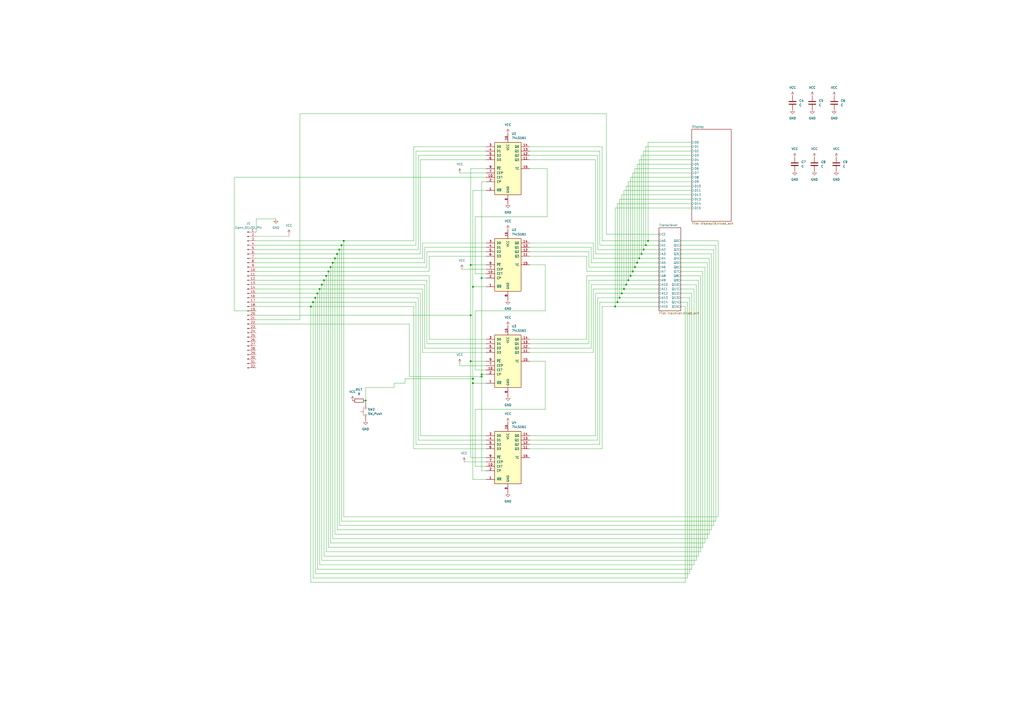
<source format=kicad_sch>
(kicad_sch (version 20231120) (generator "eeschema") (generator_version "8.0")
  (paper "A2")
  (lib_symbols
    (symbol "74xx:74LS161" (pin_names (offset 1.016))
      (property "Reference" "U" (at -7.62 16.51 0))
      (property "Value" "74LS161" (at -7.62 -16.51 0))
      (symbol "74LS161_1_0"
        (pin input line (at -12.7 -12.7 0) (length 5.08) (name "~{MR}") (number "1"))
        (pin input line (at -12.7 -5.08 0) (length 5.08) (name "CET") (number "10"))
        (pin output line (at 12.7 5.08 180) (length 5.08) (name "Q3") (number "11"))
        (pin output line (at 12.7 7.62 180) (length 5.08) (name "Q2") (number "12"))
        (pin output line (at 12.7 10.16 180) (length 5.08) (name "Q1") (number "13"))
        (pin output line (at 12.7 12.7 180) (length 5.08) (name "Q0") (number "14"))
        (pin output line (at 12.7 0 180) (length 5.08) (name "TC") (number "15"))
        (pin power_in line (at 0 20.32 270) (length 5.08) (name "VCC") (number "16"))
        (pin input line (at -12.7 -7.62 0) (length 5.08) (name "CP") (number "2"))
        (pin input line (at -12.7 12.7 0) (length 5.08) (name "D0") (number "3"))
        (pin input line (at -12.7 10.16 0) (length 5.08) (name "D1") (number "4"))
        (pin input line (at -12.7 7.62 0) (length 5.08) (name "D2") (number "5"))
        (pin input line (at -12.7 5.08 0) (length 5.08) (name "D3") (number "6"))
        (pin input line (at -12.7 -2.54 0) (length 5.08) (name "CEP") (number "7"))
        (pin power_in line (at 0 -20.32 90) (length 5.08) (name "GND") (number "8"))
        (pin input line (at -12.7 0 0) (length 5.08) (name "~{PE}") (number "9"))
      )
      (symbol "74LS161_1_1"
        (rectangle (start -7.62 15.24) (end 7.62 -15.24) (stroke (width 0.254)) (fill (type background)))
      )
    )
    (symbol "Connector:Conn_01x32_Pin" (pin_names (offset 1.016) hide)
      (property "Reference" "J" (at 0 40.64 0))
      (property "Value" "Conn_01x32_Pin" (at 0 -43.18 0))
      (symbol "Conn_01x32_Pin_1_1"
        (polyline (pts (xy 1.27 -40.64) (xy 0.8636 -40.64)) (stroke (width 0.1524)))
        (polyline (pts (xy 1.27 -38.1) (xy 0.8636 -38.1)) (stroke (width 0.1524)))
        (polyline (pts (xy 1.27 -35.56) (xy 0.8636 -35.56)) (stroke (width 0.1524)))
        (polyline (pts (xy 1.27 -33.02) (xy 0.8636 -33.02)) (stroke (width 0.1524)))
        (polyline (pts (xy 1.27 -30.48) (xy 0.8636 -30.48)) (stroke (width 0.1524)))
        (polyline (pts (xy 1.27 -27.94) (xy 0.8636 -27.94)) (stroke (width 0.1524)))
        (polyline (pts (xy 1.27 -25.4) (xy 0.8636 -25.4)) (stroke (width 0.1524)))
        (polyline (pts (xy 1.27 -22.86) (xy 0.8636 -22.86)) (stroke (width 0.1524)))
        (polyline (pts (xy 1.27 -20.32) (xy 0.8636 -20.32)) (stroke (width 0.1524)))
        (polyline (pts (xy 1.27 -17.78) (xy 0.8636 -17.78)) (stroke (width 0.1524)))
        (polyline (pts (xy 1.27 -15.24) (xy 0.8636 -15.24)) (stroke (width 0.1524)))
        (polyline (pts (xy 1.27 -12.7) (xy 0.8636 -12.7)) (stroke (width 0.1524)))
        (polyline (pts (xy 1.27 -10.16) (xy 0.8636 -10.16)) (stroke (width 0.1524)))
        (polyline (pts (xy 1.27 -7.62) (xy 0.8636 -7.62)) (stroke (width 0.1524)))
        (polyline (pts (xy 1.27 -5.08) (xy 0.8636 -5.08)) (stroke (width 0.1524)))
        (polyline (pts (xy 1.27 -2.54) (xy 0.8636 -2.54)) (stroke (width 0.1524)))
        (polyline (pts (xy 1.27 0) (xy 0.8636 0)) (stroke (width 0.1524)))
        (polyline (pts (xy 1.27 2.54) (xy 0.8636 2.54)) (stroke (width 0.1524)))
        (polyline (pts (xy 1.27 5.08) (xy 0.8636 5.08)) (stroke (width 0.1524)))
        (polyline (pts (xy 1.27 7.62) (xy 0.8636 7.62)) (stroke (width 0.1524)))
        (polyline (pts (xy 1.27 10.16) (xy 0.8636 10.16)) (stroke (width 0.1524)))
        (polyline (pts (xy 1.27 12.7) (xy 0.8636 12.7)) (stroke (width 0.1524)))
        (polyline (pts (xy 1.27 15.24) (xy 0.8636 15.24)) (stroke (width 0.1524)))
        (polyline (pts (xy 1.27 17.78) (xy 0.8636 17.78)) (stroke (width 0.1524)))
        (polyline (pts (xy 1.27 20.32) (xy 0.8636 20.32)) (stroke (width 0.1524)))
        (polyline (pts (xy 1.27 22.86) (xy 0.8636 22.86)) (stroke (width 0.1524)))
        (polyline (pts (xy 1.27 25.4) (xy 0.8636 25.4)) (stroke (width 0.1524)))
        (polyline (pts (xy 1.27 27.94) (xy 0.8636 27.94)) (stroke (width 0.1524)))
        (polyline (pts (xy 1.27 30.48) (xy 0.8636 30.48)) (stroke (width 0.1524)))
        (polyline (pts (xy 1.27 33.02) (xy 0.8636 33.02)) (stroke (width 0.1524)))
        (polyline (pts (xy 1.27 35.56) (xy 0.8636 35.56)) (stroke (width 0.1524)))
        (polyline (pts (xy 1.27 38.1) (xy 0.8636 38.1)) (stroke (width 0.1524)))
        (rectangle (start 0.8636 -40.513) (end 0 -40.767) (stroke (width 0.1524)) (fill (type outline)))
        (rectangle (start 0.8636 -37.973) (end 0 -38.227) (stroke (width 0.1524)) (fill (type outline)))
        (rectangle (start 0.8636 -35.433) (end 0 -35.687) (stroke (width 0.1524)) (fill (type outline)))
        (rectangle (start 0.8636 -32.893) (end 0 -33.147) (stroke (width 0.1524)) (fill (type outline)))
        (rectangle (start 0.8636 -30.353) (end 0 -30.607) (stroke (width 0.1524)) (fill (type outline)))
        (rectangle (start 0.8636 -27.813) (end 0 -28.067) (stroke (width 0.1524)) (fill (type outline)))
        (rectangle (start 0.8636 -25.273) (end 0 -25.527) (stroke (width 0.1524)) (fill (type outline)))
        (rectangle (start 0.8636 -22.733) (end 0 -22.987) (stroke (width 0.1524)) (fill (type outline)))
        (rectangle (start 0.8636 -20.193) (end 0 -20.447) (stroke (width 0.1524)) (fill (type outline)))
        (rectangle (start 0.8636 -17.653) (end 0 -17.907) (stroke (width 0.1524)) (fill (type outline)))
        (rectangle (start 0.8636 -15.113) (end 0 -15.367) (stroke (width 0.1524)) (fill (type outline)))
        (rectangle (start 0.8636 -12.573) (end 0 -12.827) (stroke (width 0.1524)) (fill (type outline)))
        (rectangle (start 0.8636 -10.033) (end 0 -10.287) (stroke (width 0.1524)) (fill (type outline)))
        (rectangle (start 0.8636 -7.493) (end 0 -7.747) (stroke (width 0.1524)) (fill (type outline)))
        (rectangle (start 0.8636 -4.953) (end 0 -5.207) (stroke (width 0.1524)) (fill (type outline)))
        (rectangle (start 0.8636 -2.413) (end 0 -2.667) (stroke (width 0.1524)) (fill (type outline)))
        (rectangle (start 0.8636 0.127) (end 0 -0.127) (stroke (width 0.1524)) (fill (type outline)))
        (rectangle (start 0.8636 2.667) (end 0 2.413) (stroke (width 0.1524)) (fill (type outline)))
        (rectangle (start 0.8636 5.207) (end 0 4.953) (stroke (width 0.1524)) (fill (type outline)))
        (rectangle (start 0.8636 7.747) (end 0 7.493) (stroke (width 0.1524)) (fill (type outline)))
        (rectangle (start 0.8636 10.287) (end 0 10.033) (stroke (width 0.1524)) (fill (type outline)))
        (rectangle (start 0.8636 12.827) (end 0 12.573) (stroke (width 0.1524)) (fill (type outline)))
        (rectangle (start 0.8636 15.367) (end 0 15.113) (stroke (width 0.1524)) (fill (type outline)))
        (rectangle (start 0.8636 17.907) (end 0 17.653) (stroke (width 0.1524)) (fill (type outline)))
        (rectangle (start 0.8636 20.447) (end 0 20.193) (stroke (width 0.1524)) (fill (type outline)))
        (rectangle (start 0.8636 22.987) (end 0 22.733) (stroke (width 0.1524)) (fill (type outline)))
        (rectangle (start 0.8636 25.527) (end 0 25.273) (stroke (width 0.1524)) (fill (type outline)))
        (rectangle (start 0.8636 28.067) (end 0 27.813) (stroke (width 0.1524)) (fill (type outline)))
        (rectangle (start 0.8636 30.607) (end 0 30.353) (stroke (width 0.1524)) (fill (type outline)))
        (rectangle (start 0.8636 33.147) (end 0 32.893) (stroke (width 0.1524)) (fill (type outline)))
        (rectangle (start 0.8636 35.687) (end 0 35.433) (stroke (width 0.1524)) (fill (type outline)))
        (rectangle (start 0.8636 38.227) (end 0 37.973) (stroke (width 0.1524)) (fill (type outline)))
        (pin passive line (at 5.08 38.1 180) (length 3.81) (name "Pin_1") (number "1"))
        (pin passive line (at 5.08 15.24 180) (length 3.81) (name "Pin_10") (number "10"))
        (pin passive line (at 5.08 12.7 180) (length 3.81) (name "Pin_11") (number "11"))
        (pin passive line (at 5.08 10.16 180) (length 3.81) (name "Pin_12") (number "12"))
        (pin passive line (at 5.08 7.62 180) (length 3.81) (name "Pin_13") (number "13"))
        (pin passive line (at 5.08 5.08 180) (length 3.81) (name "Pin_14") (number "14"))
        (pin passive line (at 5.08 2.54 180) (length 3.81) (name "Pin_15") (number "15"))
        (pin passive line (at 5.08 0 180) (length 3.81) (name "Pin_16") (number "16"))
        (pin passive line (at 5.08 -2.54 180) (length 3.81) (name "Pin_17") (number "17"))
        (pin passive line (at 5.08 -5.08 180) (length 3.81) (name "Pin_18") (number "18"))
        (pin passive line (at 5.08 -7.62 180) (length 3.81) (name "Pin_19") (number "19"))
        (pin passive line (at 5.08 35.56 180) (length 3.81) (name "Pin_2") (number "2"))
        (pin passive line (at 5.08 -10.16 180) (length 3.81) (name "Pin_20") (number "20"))
        (pin passive line (at 5.08 -12.7 180) (length 3.81) (name "Pin_21") (number "21"))
        (pin passive line (at 5.08 -15.24 180) (length 3.81) (name "Pin_22") (number "22"))
        (pin passive line (at 5.08 -17.78 180) (length 3.81) (name "Pin_23") (number "23"))
        (pin passive line (at 5.08 -20.32 180) (length 3.81) (name "Pin_24") (number "24"))
        (pin passive line (at 5.08 -22.86 180) (length 3.81) (name "Pin_25") (number "25"))
        (pin passive line (at 5.08 -25.4 180) (length 3.81) (name "Pin_26") (number "26"))
        (pin passive line (at 5.08 -27.94 180) (length 3.81) (name "Pin_27") (number "27"))
        (pin passive line (at 5.08 -30.48 180) (length 3.81) (name "Pin_28") (number "28"))
        (pin passive line (at 5.08 -33.02 180) (length 3.81) (name "Pin_29") (number "29"))
        (pin passive line (at 5.08 33.02 180) (length 3.81) (name "Pin_3") (number "3"))
        (pin passive line (at 5.08 -35.56 180) (length 3.81) (name "Pin_30") (number "30"))
        (pin passive line (at 5.08 -38.1 180) (length 3.81) (name "Pin_31") (number "31"))
        (pin passive line (at 5.08 -40.64 180) (length 3.81) (name "Pin_32") (number "32"))
        (pin passive line (at 5.08 30.48 180) (length 3.81) (name "Pin_4") (number "4"))
        (pin passive line (at 5.08 27.94 180) (length 3.81) (name "Pin_5") (number "5"))
        (pin passive line (at 5.08 25.4 180) (length 3.81) (name "Pin_6") (number "6"))
        (pin passive line (at 5.08 22.86 180) (length 3.81) (name "Pin_7") (number "7"))
        (pin passive line (at 5.08 20.32 180) (length 3.81) (name "Pin_8") (number "8"))
        (pin passive line (at 5.08 17.78 180) (length 3.81) (name "Pin_9") (number "9"))
      )
    )
    (symbol "Device:C" (pin_numbers hide) (pin_names (offset 0.254))
      (property "Reference" "C" (at 0.635 2.54 0))
      (property "Value" "C" (at 0.635 -2.54 0))
      (symbol "C_0_1"
        (polyline (pts (xy -2.032 -0.762) (xy 2.032 -0.762)) (stroke (width 0.508)))
        (polyline (pts (xy -2.032 0.762) (xy 2.032 0.762)) (stroke (width 0.508)))
      )
      (symbol "C_1_1"
        (pin passive line (at 0 3.81 270) (length 2.794) (name "~") (number "1"))
        (pin passive line (at 0 -3.81 90) (length 2.794) (name "~") (number "2"))
      )
    )
    (symbol "Device:R" (pin_numbers hide) (pin_names (offset 0))
      (property "Reference" "R" (at 2.032 0 90))
      (property "Value" "R" (at 0 0 90))
      (symbol "R_0_1"
        (rectangle (start -1.016 -2.54) (end 1.016 2.54) (stroke (width 0.254)))
      )
      (symbol "R_1_1"
        (pin passive line (at 0 3.81 270) (length 1.27) (name "~") (number "1"))
        (pin passive line (at 0 -3.81 90) (length 1.27) (name "~") (number "2"))
      )
    )
    (symbol "Switch:SW_Push" (pin_numbers hide) (pin_names (offset 1.016) hide)
      (property "Reference" "SW" (at 1.27 2.54 0))
      (property "Value" "SW_Push" (at 0 -1.524 0))
      (symbol "SW_Push_0_1"
        (circle (center -2.032 0) (radius 0.508))
        (polyline (pts (xy 0 1.27) (xy 0 3.048)))
        (polyline (pts (xy 2.54 1.27) (xy -2.54 1.27)))
        (circle (center 2.032 0) (radius 0.508))
        (pin passive line (at -5.08 0 0) (length 2.54) (name "1") (number "1"))
        (pin passive line (at 5.08 0 180) (length 2.54) (name "2") (number "2"))
      )
    )
    (symbol "power:GND" (power) (pin_numbers hide) (pin_names (offset 0) hide)
      (property "Value" "GND" (at 0 -3.81 0))
      (symbol "GND_0_1"
        (polyline (pts (xy 0 0) (xy 0 -1.27) (xy 1.27 -1.27) (xy 0 -2.54) (xy -1.27 -1.27) (xy 0 -1.27)))
      )
      (symbol "GND_1_1"
        (pin power_in line (at 0 0 270) (length 0) (name "~") (number "1"))
      )
    )
    (symbol "power:VCC" (power) (pin_numbers hide) (pin_names (offset 0) hide)
      (property "Value" "VCC" (at 0 3.556 0))
      (symbol "VCC_0_1"
        (polyline (pts (xy -0.762 1.27) (xy 0 2.54)))
        (polyline (pts (xy 0 0) (xy 0 2.54)))
        (polyline (pts (xy 0 2.54) (xy 0.762 1.27)))
      )
      (symbol "VCC_1_1"
        (pin power_in line (at 0 0 90) (length 0) (name "~") (number "1"))
      )
    )
  )
  (junction (at 274.32 166.37))
  (junction (at 190.5 157.48))
  (junction (at 373.38 144.78))
  (junction (at 359.41 172.72))
  (junction (at 191.77 154.94))
  (junction (at 273.05 182.88))
  (junction (at 374.65 142.24))
  (junction (at 194.31 149.86))
  (junction (at 363.22 165.1))
  (junction (at 189.23 160.02))
  (junction (at 279.4 161.29))
  (junction (at 274.32 222.25))
  (junction (at 367.03 157.48))
  (junction (at 370.84 149.86))
  (junction (at 196.85 144.78))
  (junction (at 372.11 147.32))
  (junction (at 365.76 160.02))
  (junction (at 279.4 218.44))
  (junction (at 279.4 217.17))
  (junction (at 360.68 170.18))
  (junction (at 182.88 172.72))
  (junction (at 274.32 219.71))
  (junction (at 273.05 209.55))
  (junction (at 364.49 162.56))
  (junction (at 195.58 147.32))
  (junction (at 187.96 162.56))
  (junction (at 180.34 177.8))
  (junction (at 184.15 170.18))
  (junction (at 358.14 175.26))
  (junction (at 181.61 175.26))
  (junction (at 368.3 154.94))
  (junction (at 273.05 153.67))
  (junction (at 212.09 232.41))
  (junction (at 186.69 165.1))
  (junction (at 356.87 177.8))
  (junction (at 199.39 139.7))
  (junction (at 185.42 167.64))
  (junction (at 369.57 152.4))
  (junction (at 375.92 139.7))
  (junction (at 198.12 142.24))
  (junction (at 193.04 152.4))
  (junction (at 361.95 167.64))
  (wire (pts (xy 347.98 257.81) (xy 307.34 257.81)))
  (wire (pts (xy 247.65 199.39) (xy 247.65 162.56)))
  (wire (pts (xy 135.89 180.34) (xy 148.59 180.34)))
  (wire (pts (xy 401.32 85.09) (xy 374.65 85.09)))
  (wire (pts (xy 349.25 260.35) (xy 349.25 177.8)))
  (wire (pts (xy 344.17 204.47) (xy 344.17 167.64)))
  (wire (pts (xy 345.44 170.18) (xy 345.44 252.73)))
  (wire (pts (xy 279.4 273.05) (xy 279.4 218.44)))
  (wire (pts (xy 416.56 139.7) (xy 416.56 299.72)))
  (wire (pts (xy 185.42 167.64) (xy 185.42 327.66)))
  (wire (pts (xy 316.23 209.55) (xy 316.23 237.49)))
  (wire (pts (xy 198.12 142.24) (xy 241.3 142.24)))
  (wire (pts (xy 394.97 152.4) (xy 410.21 152.4)))
  (wire (pts (xy 267.97 156.21) (xy 281.94 156.21)))
  (wire (pts (xy 382.27 157.48) (xy 367.03 157.48)))
  (wire (pts (xy 382.27 172.72) (xy 359.41 172.72)))
  (wire (pts (xy 269.24 267.97) (xy 281.94 267.97)))
  (wire (pts (xy 363.22 165.1) (xy 342.9 165.1)))
  (wire (pts (xy 275.59 270.51) (xy 281.94 270.51)))
  (wire (pts (xy 382.27 162.56) (xy 364.49 162.56)))
  (wire (pts (xy 228.6 222.25) (xy 234.95 222.25)))
  (wire (pts (xy 340.36 160.02) (xy 340.36 196.85)))
  (wire (pts (xy 382.27 149.86) (xy 370.84 149.86)))
  (wire (pts (xy 340.36 196.85) (xy 307.34 196.85)))
  (wire (pts (xy 401.32 102.87) (xy 365.76 102.87)))
  (wire (pts (xy 184.15 170.18) (xy 184.15 330.2)))
  (wire (pts (xy 184.15 330.2) (xy 401.32 330.2)))
  (wire (pts (xy 382.27 142.24) (xy 374.65 142.24)))
  (wire (pts (xy 359.41 115.57) (xy 359.41 172.72)))
  (wire (pts (xy 397.51 177.8) (xy 397.51 337.82)))
  (wire (pts (xy 182.88 172.72) (xy 242.57 172.72)))
  (wire (pts (xy 191.77 314.96) (xy 408.94 314.96)))
  (wire (pts (xy 351.79 135.89) (xy 382.27 135.89)))
  (wire (pts (xy 281.94 278.13) (xy 274.32 278.13)))
  (wire (pts (xy 307.34 204.47) (xy 344.17 204.47)))
  (wire (pts (xy 173.99 66.04) (xy 351.79 66.04)))
  (wire (pts (xy 148.59 147.32) (xy 195.58 147.32)))
  (wire (pts (xy 243.84 170.18) (xy 243.84 252.73)))
  (wire (pts (xy 401.32 105.41) (xy 364.49 105.41)))
  (wire (pts (xy 275.59 180.34) (xy 275.59 214.63)))
  (wire (pts (xy 345.44 92.71) (xy 307.34 92.71)))
  (wire (pts (xy 382.27 167.64) (xy 361.95 167.64)))
  (wire (pts (xy 398.78 175.26) (xy 398.78 335.28)))
  (wire (pts (xy 370.84 92.71) (xy 370.84 149.86)))
  (wire (pts (xy 193.04 312.42) (xy 410.21 312.42)))
  (wire (pts (xy 360.68 170.18) (xy 345.44 170.18)))
  (wire (pts (xy 351.79 66.04) (xy 351.79 135.89)))
  (wire (pts (xy 401.32 87.63) (xy 373.38 87.63)))
  (wire (pts (xy 346.71 90.17) (xy 346.71 144.78)))
  (wire (pts (xy 370.84 149.86) (xy 344.17 149.86)))
  (wire (pts (xy 241.3 142.24) (xy 241.3 87.63)))
  (wire (pts (xy 401.32 92.71) (xy 370.84 92.71)))
  (wire (pts (xy 275.59 158.75) (xy 281.94 158.75)))
  (wire (pts (xy 281.94 204.47) (xy 245.11 204.47)))
  (wire (pts (xy 375.92 139.7) (xy 349.25 139.7)))
  (wire (pts (xy 266.7 100.33) (xy 281.94 100.33)))
  (wire (pts (xy 243.84 92.71) (xy 281.94 92.71)))
  (wire (pts (xy 191.77 154.94) (xy 247.65 154.94)))
  (wire (pts (xy 273.05 97.79) (xy 273.05 153.67)))
  (wire (pts (xy 363.22 107.95) (xy 363.22 165.1)))
  (wire (pts (xy 382.27 177.8) (xy 356.87 177.8)))
  (wire (pts (xy 181.61 175.26) (xy 241.3 175.26)))
  (wire (pts (xy 245.11 140.97) (xy 281.94 140.97)))
  (wire (pts (xy 347.98 175.26) (xy 347.98 257.81)))
  (wire (pts (xy 189.23 320.04) (xy 406.4 320.04)))
  (wire (pts (xy 342.9 165.1) (xy 342.9 201.93)))
  (wire (pts (xy 148.59 154.94) (xy 191.77 154.94)))
  (wire (pts (xy 198.12 142.24) (xy 198.12 302.26)))
  (wire (pts (xy 394.97 162.56) (xy 405.13 162.56)))
  (wire (pts (xy 382.27 144.78) (xy 373.38 144.78)))
  (wire (pts (xy 273.05 182.88) (xy 273.05 209.55)))
  (wire (pts (xy 275.59 125.73) (xy 275.59 158.75)))
  (wire (pts (xy 148.59 160.02) (xy 189.23 160.02)))
  (wire (pts (xy 237.49 187.96) (xy 237.49 218.44)))
  (wire (pts (xy 415.29 142.24) (xy 415.29 302.26)))
  (wire (pts (xy 347.98 142.24) (xy 347.98 87.63)))
  (wire (pts (xy 364.49 105.41) (xy 364.49 162.56)))
  (wire (pts (xy 199.39 299.72) (xy 416.56 299.72)))
  (wire (pts (xy 368.3 97.79) (xy 368.3 154.94)))
  (wire (pts (xy 281.94 102.87) (xy 135.89 102.87)))
  (wire (pts (xy 307.34 97.79) (xy 317.5 97.79)))
  (wire (pts (xy 401.32 107.95) (xy 363.22 107.95)))
  (wire (pts (xy 360.68 113.03) (xy 360.68 170.18)))
  (wire (pts (xy 349.25 85.09) (xy 307.34 85.09)))
  (wire (pts (xy 349.25 139.7) (xy 349.25 85.09)))
  (wire (pts (xy 182.88 172.72) (xy 182.88 332.74)))
  (wire (pts (xy 382.27 160.02) (xy 365.76 160.02)))
  (wire (pts (xy 401.32 95.25) (xy 369.57 95.25)))
  (wire (pts (xy 181.61 335.28) (xy 398.78 335.28)))
  (wire (pts (xy 247.65 154.94) (xy 247.65 146.05)))
  (wire (pts (xy 369.57 95.25) (xy 369.57 152.4)))
  (wire (pts (xy 275.59 214.63) (xy 281.94 214.63)))
  (wire (pts (xy 372.11 147.32) (xy 382.27 147.32)))
  (wire (pts (xy 274.32 166.37) (xy 274.32 110.49)))
  (wire (pts (xy 148.59 187.96) (xy 237.49 187.96)))
  (wire (pts (xy 394.97 144.78) (xy 414.02 144.78)))
  (wire (pts (xy 190.5 157.48) (xy 190.5 317.5)))
  (wire (pts (xy 199.39 139.7) (xy 199.39 299.72)))
  (wire (pts (xy 373.38 87.63) (xy 373.38 144.78)))
  (wire (pts (xy 372.11 90.17) (xy 372.11 147.32)))
  (wire (pts (xy 307.34 148.59) (xy 340.36 148.59)))
  (wire (pts (xy 281.94 273.05) (xy 279.4 273.05)))
  (wire (pts (xy 281.94 161.29) (xy 279.4 161.29)))
  (wire (pts (xy 346.71 255.27) (xy 346.71 172.72)))
  (wire (pts (xy 187.96 322.58) (xy 405.13 322.58)))
  (wire (pts (xy 148.59 139.7) (xy 199.39 139.7)))
  (wire (pts (xy 364.49 162.56) (xy 341.63 162.56)))
  (wire (pts (xy 345.44 147.32) (xy 345.44 92.71)))
  (wire (pts (xy 359.41 172.72) (xy 346.71 172.72)))
  (wire (pts (xy 401.32 100.33) (xy 367.03 100.33)))
  (wire (pts (xy 241.3 175.26) (xy 241.3 257.81)))
  (wire (pts (xy 148.59 127) (xy 160.02 127)))
  (wire (pts (xy 382.27 165.1) (xy 363.22 165.1)))
  (wire (pts (xy 368.3 154.94) (xy 341.63 154.94)))
  (wire (pts (xy 193.04 152.4) (xy 246.38 152.4)))
  (wire (pts (xy 406.4 160.02) (xy 406.4 320.04)))
  (wire (pts (xy 234.95 222.25) (xy 234.95 219.71)))
  (wire (pts (xy 240.03 139.7) (xy 240.03 85.09)))
  (wire (pts (xy 394.97 177.8) (xy 397.51 177.8)))
  (wire (pts (xy 361.95 110.49) (xy 361.95 167.64)))
  (wire (pts (xy 187.96 162.56) (xy 247.65 162.56)))
  (wire (pts (xy 281.94 90.17) (xy 242.57 90.17)))
  (wire (pts (xy 281.94 148.59) (xy 248.92 148.59)))
  (wire (pts (xy 407.67 157.48) (xy 407.67 317.5)))
  (wire (pts (xy 307.34 199.39) (xy 341.63 199.39)))
  (wire (pts (xy 180.34 177.8) (xy 180.34 337.82)))
  (wire (pts (xy 248.92 148.59) (xy 248.92 157.48)))
  (wire (pts (xy 274.32 219.71) (xy 274.32 166.37)))
  (wire (pts (xy 358.14 175.26) (xy 347.98 175.26)))
  (wire (pts (xy 246.38 201.93) (xy 281.94 201.93)))
  (wire (pts (xy 345.44 252.73) (xy 307.34 252.73)))
  (wire (pts (xy 374.65 142.24) (xy 347.98 142.24)))
  (wire (pts (xy 382.27 170.18) (xy 360.68 170.18)))
  (wire (pts (xy 317.5 125.73) (xy 275.59 125.73)))
  (wire (pts (xy 408.94 154.94) (xy 408.94 314.96)))
  (wire (pts (xy 394.97 154.94) (xy 408.94 154.94)))
  (wire (pts (xy 394.97 149.86) (xy 411.48 149.86)))
  (wire (pts (xy 394.97 172.72) (xy 400.05 172.72)))
  (wire (pts (xy 412.75 147.32) (xy 412.75 307.34)))
  (wire (pts (xy 356.87 120.65) (xy 356.87 177.8)))
  (wire (pts (xy 196.85 144.78) (xy 196.85 304.8)))
  (wire (pts (xy 148.59 152.4) (xy 193.04 152.4)))
  (wire (pts (xy 241.3 87.63) (xy 281.94 87.63)))
  (wire (pts (xy 273.05 209.55) (xy 281.94 209.55)))
  (wire (pts (xy 185.42 327.66) (xy 402.59 327.66)))
  (wire (pts (xy 194.31 309.88) (xy 411.48 309.88)))
  (wire (pts (xy 273.05 265.43) (xy 281.94 265.43)))
  (wire (pts (xy 182.88 332.74) (xy 400.05 332.74)))
  (wire (pts (xy 245.11 149.86) (xy 245.11 140.97)))
  (wire (pts (xy 273.05 153.67) (xy 281.94 153.67)))
  (wire (pts (xy 237.49 218.44) (xy 279.4 218.44)))
  (wire (pts (xy 186.69 165.1) (xy 186.69 325.12)))
  (wire (pts (xy 401.32 118.11) (xy 358.14 118.11)))
  (wire (pts (xy 195.58 307.34) (xy 412.75 307.34)))
  (wire (pts (xy 186.69 325.12) (xy 403.86 325.12)))
  (wire (pts (xy 148.59 134.62) (xy 148.59 127)))
  (wire (pts (xy 281.94 143.51) (xy 246.38 143.51)))
  (wire (pts (xy 307.34 260.35) (xy 349.25 260.35)))
  (wire (pts (xy 307.34 90.17) (xy 346.71 90.17)))
  (wire (pts (xy 342.9 143.51) (xy 342.9 152.4)))
  (wire (pts (xy 347.98 87.63) (xy 307.34 87.63)))
  (wire (pts (xy 369.57 152.4) (xy 342.9 152.4)))
  (wire (pts (xy 148.59 142.24) (xy 198.12 142.24)))
  (wire (pts (xy 212.09 233.68) (xy 212.09 232.41)))
  (wire (pts (xy 394.97 142.24) (xy 415.29 142.24)))
  (wire (pts (xy 274.32 222.25) (xy 281.94 222.25)))
  (wire (pts (xy 382.27 175.26) (xy 358.14 175.26)))
  (wire (pts (xy 394.97 160.02) (xy 406.4 160.02)))
  (wire (pts (xy 401.32 170.18) (xy 401.32 330.2)))
  (wire (pts (xy 341.63 199.39) (xy 341.63 162.56)))
  (wire (pts (xy 212.09 224.79) (xy 228.6 224.79)))
  (wire (pts (xy 307.34 209.55) (xy 316.23 209.55)))
  (wire (pts (xy 189.23 160.02) (xy 189.23 320.04)))
  (wire (pts (xy 341.63 154.94) (xy 341.63 146.05)))
  (wire (pts (xy 195.58 147.32) (xy 195.58 307.34)))
  (wire (pts (xy 273.05 209.55) (xy 273.05 265.43)))
  (wire (pts (xy 374.65 85.09) (xy 374.65 142.24)))
  (wire (pts (xy 411.48 149.86) (xy 411.48 309.88)))
  (wire (pts (xy 148.59 144.78) (xy 196.85 144.78)))
  (wire (pts (xy 344.17 140.97) (xy 307.34 140.97)))
  (wire (pts (xy 184.15 170.18) (xy 243.84 170.18)))
  (wire (pts (xy 248.92 196.85) (xy 281.94 196.85)))
  (wire (pts (xy 281.94 97.79) (xy 273.05 97.79)))
  (wire (pts (xy 245.11 204.47) (xy 245.11 167.64)))
  (wire (pts (xy 401.32 115.57) (xy 359.41 115.57)))
  (wire (pts (xy 281.94 105.41) (xy 279.4 105.41)))
  (wire (pts (xy 199.39 139.7) (xy 240.03 139.7)))
  (wire (pts (xy 191.77 154.94) (xy 191.77 314.96)))
  (wire (pts (xy 167.64 137.16) (xy 148.59 137.16)))
  (wire (pts (xy 375.92 82.55) (xy 375.92 139.7)))
  (wire (pts (xy 185.42 167.64) (xy 245.11 167.64)))
  (wire (pts (xy 148.59 177.8) (xy 180.34 177.8)))
  (wire (pts (xy 403.86 165.1) (xy 403.86 325.12)))
  (wire (pts (xy 394.97 147.32) (xy 412.75 147.32)))
  (wire (pts (xy 274.32 222.25) (xy 274.32 219.71)))
  (wire (pts (xy 148.59 165.1) (xy 186.69 165.1)))
  (wire (pts (xy 401.32 82.55) (xy 375.92 82.55)))
  (wire (pts (xy 281.94 260.35) (xy 240.03 260.35)))
  (wire (pts (xy 394.97 165.1) (xy 403.86 165.1)))
  (wire (pts (xy 190.5 157.48) (xy 248.92 157.48)))
  (wire (pts (xy 247.65 146.05) (xy 281.94 146.05)))
  (wire (pts (xy 342.9 201.93) (xy 307.34 201.93)))
  (wire (pts (xy 195.58 147.32) (xy 243.84 147.32)))
  (wire (pts (xy 180.34 177.8) (xy 240.03 177.8)))
  (wire (pts (xy 246.38 143.51) (xy 246.38 152.4)))
  (wire (pts (xy 316.23 237.49) (xy 275.59 237.49)))
  (wire (pts (xy 148.59 149.86) (xy 194.31 149.86)))
  (wire (pts (xy 358.14 118.11) (xy 358.14 175.26)))
  (wire (pts (xy 279.4 217.17) (xy 281.94 217.17)))
  (wire (pts (xy 394.97 175.26) (xy 398.78 175.26)))
  (wire (pts (xy 274.32 166.37) (xy 281.94 166.37)))
  (wire (pts (xy 307.34 255.27) (xy 346.71 255.27)))
  (wire (pts (xy 356.87 177.8) (xy 349.25 177.8)))
  (wire (pts (xy 275.59 237.49) (xy 275.59 270.51)))
  (wire (pts (xy 194.31 149.86) (xy 194.31 309.88)))
  (wire (pts (xy 194.31 149.86) (xy 245.11 149.86)))
  (wire (pts (xy 240.03 85.09) (xy 281.94 85.09)))
  (wire (pts (xy 186.69 165.1) (xy 246.38 165.1)))
  (wire (pts (xy 180.34 337.82) (xy 397.51 337.82)))
  (wire (pts (xy 279.4 218.44) (xy 279.4 217.17)))
  (wire (pts (xy 401.32 113.03) (xy 360.68 113.03)))
  (wire (pts (xy 401.32 90.17) (xy 372.11 90.17)))
  (wire (pts (xy 148.59 182.88) (xy 273.05 182.88)))
  (wire (pts (xy 190.5 317.5) (xy 407.67 317.5)))
  (wire (pts (xy 394.97 167.64) (xy 402.59 167.64)))
  (wire (pts (xy 402.59 167.64) (xy 402.59 327.66)))
  (wire (pts (xy 193.04 152.4) (xy 193.04 312.42)))
  (wire (pts (xy 198.12 302.26) (xy 415.29 302.26)))
  (wire (pts (xy 394.97 139.7) (xy 416.56 139.7)))
  (wire (pts (xy 243.84 147.32) (xy 243.84 92.71)))
  (wire (pts (xy 167.64 135.89) (xy 167.64 137.16)))
  (wire (pts (xy 228.6 224.79) (xy 228.6 222.25)))
  (wire (pts (xy 365.76 102.87) (xy 365.76 160.02)))
  (wire (pts (xy 367.03 157.48) (xy 340.36 157.48)))
  (wire (pts (xy 344.17 149.86) (xy 344.17 140.97)))
  (wire (pts (xy 340.36 148.59) (xy 340.36 157.48)))
  (wire (pts (xy 266.7 210.82) (xy 266.7 212.09)))
  (wire (pts (xy 148.59 185.42) (xy 173.99 185.42)))
  (wire (pts (xy 316.23 180.34) (xy 275.59 180.34)))
  (wire (pts (xy 187.96 162.56) (xy 187.96 322.58)))
  (wire (pts (xy 405.13 162.56) (xy 405.13 322.58)))
  (wire (pts (xy 243.84 252.73) (xy 281.94 252.73)))
  (wire (pts (xy 148.59 175.26) (xy 181.61 175.26)))
  (wire (pts (xy 394.97 157.48) (xy 407.67 157.48)))
  (wire (pts (xy 400.05 172.72) (xy 400.05 332.74)))
  (wire (pts (xy 341.63 146.05) (xy 307.34 146.05)))
  (wire (pts (xy 316.23 153.67) (xy 316.23 180.34)))
  (wire (pts (xy 196.85 144.78) (xy 242.57 144.78)))
  (wire (pts (xy 365.76 160.02) (xy 340.36 160.02)))
  (wire (pts (xy 148.59 167.64) (xy 185.42 167.64)))
  (wire (pts (xy 414.02 144.78) (xy 414.02 304.8)))
  (wire (pts (xy 382.27 154.94) (xy 368.3 154.94)))
  (wire (pts (xy 173.99 185.42) (xy 173.99 66.04)))
  (wire (pts (xy 307.34 143.51) (xy 342.9 143.51)))
  (wire (pts (xy 189.23 160.02) (xy 248.92 160.02)))
  (wire (pts (xy 401.32 110.49) (xy 361.95 110.49)))
  (wire (pts (xy 279.4 161.29) (xy 279.4 217.17)))
  (wire (pts (xy 317.5 97.79) (xy 317.5 125.73)))
  (wire (pts (xy 135.89 102.87) (xy 135.89 180.34)))
  (wire (pts (xy 367.03 100.33) (xy 367.03 157.48)))
  (wire (pts (xy 242.57 90.17) (xy 242.57 144.78)))
  (wire (pts (xy 240.03 260.35) (xy 240.03 177.8)))
  (wire (pts (xy 273.05 153.67) (xy 273.05 182.88)))
  (wire (pts (xy 382.27 139.7) (xy 375.92 139.7)))
  (wire (pts (xy 373.38 144.78) (xy 346.71 144.78)))
  (wire (pts (xy 196.85 304.8) (xy 414.02 304.8)))
  (wire (pts (xy 279.4 105.41) (xy 279.4 161.29)))
  (wire (pts (xy 181.61 175.26) (xy 181.61 335.28)))
  (wire (pts (xy 248.92 160.02) (xy 248.92 196.85)))
  (wire (pts (xy 241.3 257.81) (xy 281.94 257.81)))
  (wire (pts (xy 234.95 219.71) (xy 274.32 219.71)))
  (wire (pts (xy 212.09 232.41) (xy 212.09 224.79)))
  (wire (pts (xy 410.21 152.4) (xy 410.21 312.42)))
  (wire (pts (xy 266.7 212.09) (xy 281.94 212.09)))
  (wire (pts (xy 148.59 157.48) (xy 190.5 157.48)))
  (wire (pts (xy 246.38 165.1) (xy 246.38 201.93)))
  (wire (pts (xy 148.59 162.56) (xy 187.96 162.56)))
  (wire (pts (xy 274.32 110.49) (xy 281.94 110.49)))
  (wire (pts (xy 274.32 278.13) (xy 274.32 222.25)))
  (wire (pts (xy 401.32 120.65) (xy 356.87 120.65)))
  (wire (pts (xy 281.94 255.27) (xy 242.57 255.27)))
  (wire (pts (xy 401.32 97.79) (xy 368.3 97.79)))
  (wire (pts (xy 148.59 170.18) (xy 184.15 170.18)))
  (wire (pts (xy 345.44 147.32) (xy 372.11 147.32)))
  (wire (pts (xy 394.97 170.18) (xy 401.32 170.18)))
  (wire (pts (xy 281.94 199.39) (xy 247.65 199.39)))
  (wire (pts (xy 382.27 152.4) (xy 369.57 152.4)))
  (wire (pts (xy 148.59 172.72) (xy 182.88 172.72)))
  (wire (pts (xy 361.95 167.64) (xy 344.17 167.64)))
  (wire (pts (xy 307.34 153.67) (xy 316.23 153.67)))
  (wire (pts (xy 242.57 255.27) (xy 242.57 172.72)))
  (symbol (lib_id "power:VCC") (at 294.64 133.35 0) (unit 1)
    (property "Reference" "#PWR05" (effects (hide yes)))
    (property "Value" "VCC" (at 294.64 128.27 0))
    (property "Description" "Power symbol creates a global label with name \"VCC\"" (effects (hide yes)))
  )
  (symbol (lib_id "Device:C") (at 461.01 95.25 0) (unit 1)
    (property "Reference" "C7" (at 464.82 93.9799 0) (effects (justify left)))
    (property "Value" "C" (at 464.82 96.5199 0) (effects (justify left)))
    (property "Footprint" "Capacitor_SMD:C_0805_2012Metric" (effects (hide yes)))
    (property "Description" "Unpolarized capacitor" (effects (hide yes)))
  )
  (symbol (lib_id "power:GND") (at 160.02 127 0) (unit 1)
    (property "Reference" "#PWR04" (effects (hide yes)))
    (property "Value" "GND" (at 160.02 132.08 0))
    (property "Description" "Power symbol creates a global label with name \"GND\" , ground" (effects (hide yes)))
  )
  (symbol (lib_id "power:GND") (at 485.14 99.06 0) (unit 1)
    (property "Reference" "#PWR042" (effects (hide yes)))
    (property "Value" "GND" (at 485.14 104.14 0))
    (property "Description" "Power symbol creates a global label with name \"GND\" , ground" (effects (hide yes)))
  )
  (symbol (lib_id "74xx:74LS161") (at 294.64 265.43 0) (unit 1)
    (property "Reference" "U4" (at 296.8341 245.11 0) (effects (justify left)))
    (property "Value" "74LS161" (at 296.8341 247.65 0) (effects (justify left)))
    (property "Footprint" "Package_DIP:DIP-16_W7.62mm_Socket_LongPads" (effects (hide yes)))
    (property "Datasheet" "http://www.ti.com/lit/gpn/sn74LS161" (effects (hide yes)))
    (property "Description" "Synchronous 4-bit programmable binary Counter" (effects (hide yes)))
  )
  (symbol (lib_id "power:VCC") (at 204.47 232.41 0) (unit 1)
    (property "Reference" "#PWR046" (effects (hide yes)))
    (property "Value" "VCC" (at 204.47 227.33 0))
    (property "Description" "Power symbol creates a global label with name \"VCC\"" (effects (hide yes)))
  )
  (symbol (lib_id "power:GND") (at 471.17 63.5 0) (unit 1)
    (property "Reference" "#PWR035" (effects (hide yes)))
    (property "Value" "GND" (at 471.17 68.58 0))
    (property "Description" "Power symbol creates a global label with name \"GND\" , ground" (effects (hide yes)))
  )
  (symbol (lib_id "74xx:74LS161") (at 294.64 209.55 0) (unit 1)
    (property "Reference" "U3" (at 296.8341 189.23 0) (effects (justify left)))
    (property "Value" "74LS161" (at 296.8341 191.77 0) (effects (justify left)))
    (property "Footprint" "Package_DIP:DIP-16_W7.62mm_Socket_LongPads" (effects (hide yes)))
    (property "Datasheet" "http://www.ti.com/lit/gpn/sn74LS161" (effects (hide yes)))
    (property "Description" "Synchronous 4-bit programmable binary Counter" (effects (hide yes)))
  )
  (symbol (lib_id "power:VCC") (at 266.7 100.33 0) (unit 1)
    (property "Reference" "#PWR02" (effects (hide yes)))
    (property "Value" "VCC" (at 266.7 95.25 0))
    (property "Description" "Power symbol creates a global label with name \"VCC\"" (effects (hide yes)))
  )
  (symbol (lib_id "power:VCC") (at 167.64 135.89 0) (unit 1)
    (property "Reference" "#PWR06" (effects (hide yes)))
    (property "Value" "VCC" (at 167.64 130.81 0))
    (property "Description" "Power symbol creates a global label with name \"VCC\"" (effects (hide yes)))
  )
  (symbol (lib_id "power:VCC") (at 472.44 91.44 0) (unit 1)
    (property "Reference" "#PWR038" (effects (hide yes)))
    (property "Value" "VCC" (at 472.44 86.36 0))
    (property "Description" "Power symbol creates a global label with name \"VCC\"" (effects (hide yes)))
  )
  (symbol (lib_id "power:GND") (at 294.64 118.11 0) (unit 1)
    (property "Reference" "#PWR03" (effects (hide yes)))
    (property "Value" "GND" (at 294.64 123.19 0))
    (property "Description" "Power symbol creates a global label with name \"GND\" , ground" (effects (hide yes)))
  )
  (symbol (lib_id "74xx:74LS161") (at 294.64 153.67 0) (unit 1)
    (property "Reference" "U2" (at 296.8341 133.35 0) (effects (justify left)))
    (property "Value" "74LS161" (at 296.8341 135.89 0) (effects (justify left)))
    (property "Footprint" "Package_DIP:DIP-16_W7.62mm_Socket_LongPads" (effects (hide yes)))
    (property "Datasheet" "http://www.ti.com/lit/gpn/sn74LS161" (effects (hide yes)))
    (property "Description" "Synchronous 4-bit programmable binary Counter" (effects (hide yes)))
  )
  (symbol (lib_id "Device:C") (at 471.17 59.69 0) (unit 1)
    (property "Reference" "C5" (at 474.98 58.4199 0) (effects (justify left)))
    (property "Value" "C" (at 474.98 60.9599 0) (effects (justify left)))
    (property "Footprint" "Capacitor_SMD:C_0805_2012Metric" (effects (hide yes)))
    (property "Description" "Unpolarized capacitor" (effects (hide yes)))
  )
  (symbol (lib_id "Switch:SW_Push") (at 212.09 238.76 90) (unit 1)
    (property "Reference" "SW2" (at 213.36 237.4899 90) (effects (justify right)))
    (property "Value" "SW_Push" (at 213.36 240.0299 90) (effects (justify right)))
    (property "Footprint" "Button_Switch_THT:SW_PUSH_6mm" (effects (hide yes)))
    (property "Description" "Push button switch, generic, two pins" (effects (hide yes)))
  )
  (symbol (lib_id "power:VCC") (at 471.17 55.88 0) (unit 1)
    (property "Reference" "#PWR032" (effects (hide yes)))
    (property "Value" "VCC" (at 471.17 50.8 0))
    (property "Description" "Power symbol creates a global label with name \"VCC\"" (effects (hide yes)))
  )
  (symbol (lib_id "power:VCC") (at 483.87 55.88 0) (unit 1)
    (property "Reference" "#PWR033" (effects (hide yes)))
    (property "Value" "VCC" (at 483.87 50.8 0))
    (property "Description" "Power symbol creates a global label with name \"VCC\"" (effects (hide yes)))
  )
  (symbol (lib_id "Device:R") (at 208.28 232.41 90) (unit 1)
    (property "Reference" "R17" (at 208.28 226.06 90))
    (property "Value" "R" (at 208.28 228.6 90))
    (property "Footprint" "Resistor_SMD:R_0805_2012Metric" (effects (hide yes)))
    (property "Description" "Resistor" (effects (hide yes)))
  )
  (symbol (lib_id "74xx:74LS161") (at 294.64 97.79 0) (unit 1)
    (property "Reference" "U1" (at 296.8341 77.47 0) (effects (justify left)))
    (property "Value" "74LS161" (at 296.8341 80.01 0) (effects (justify left)))
    (property "Footprint" "Package_DIP:DIP-16_W7.62mm_Socket_LongPads" (effects (hide yes)))
    (property "Datasheet" "http://www.ti.com/lit/gpn/sn74LS161" (effects (hide yes)))
    (property "Description" "Synchronous 4-bit programmable binary Counter" (effects (hide yes)))
  )
  (symbol (lib_id "power:VCC") (at 294.64 245.11 0) (unit 1)
    (property "Reference" "#PWR012" (effects (hide yes)))
    (property "Value" "VCC" (at 294.64 240.03 0))
    (property "Description" "Power symbol creates a global label with name \"VCC\"" (effects (hide yes)))
  )
  (symbol (lib_id "power:VCC") (at 461.01 91.44 0) (unit 1)
    (property "Reference" "#PWR037" (effects (hide yes)))
    (property "Value" "VCC" (at 461.01 86.36 0))
    (property "Description" "Power symbol creates a global label with name \"VCC\"" (effects (hide yes)))
  )
  (symbol (lib_id "power:GND") (at 294.64 285.75 0) (unit 1)
    (property "Reference" "#PWR014" (effects (hide yes)))
    (property "Value" "GND" (at 294.64 290.83 0))
    (property "Description" "Power symbol creates a global label with name \"GND\" , ground" (effects (hide yes)))
  )
  (symbol (lib_id "Device:C") (at 485.14 95.25 0) (unit 1)
    (property "Reference" "C9" (at 488.95 93.9799 0) (effects (justify left)))
    (property "Value" "C" (at 488.95 96.5199 0) (effects (justify left)))
    (property "Footprint" "Capacitor_SMD:C_0805_2012Metric" (effects (hide yes)))
    (property "Description" "Unpolarized capacitor" (effects (hide yes)))
  )
  (symbol (lib_id "power:VCC") (at 294.64 189.23 0) (unit 1)
    (property "Reference" "#PWR09" (effects (hide yes)))
    (property "Value" "VCC" (at 294.64 184.15 0))
    (property "Description" "Power symbol creates a global label with name \"VCC\"" (effects (hide yes)))
  )
  (symbol (lib_id "power:GND") (at 294.64 173.99 0) (unit 1)
    (property "Reference" "#PWR08" (effects (hide yes)))
    (property "Value" "GND" (at 294.64 179.07 0))
    (property "Description" "Power symbol creates a global label with name \"GND\" , ground" (effects (hide yes)))
  )
  (symbol (lib_id "Device:C") (at 472.44 95.25 0) (unit 1)
    (property "Reference" "C8" (at 476.25 93.9799 0) (effects (justify left)))
    (property "Value" "C" (at 476.25 96.5199 0) (effects (justify left)))
    (property "Footprint" "Capacitor_SMD:C_0805_2012Metric" (effects (hide yes)))
    (property "Description" "Unpolarized capacitor" (effects (hide yes)))
  )
  (symbol (lib_id "power:GND") (at 461.01 99.06 0) (unit 1)
    (property "Reference" "#PWR040" (effects (hide yes)))
    (property "Value" "GND" (at 461.01 104.14 0))
    (property "Description" "Power symbol creates a global label with name \"GND\" , ground" (effects (hide yes)))
  )
  (symbol (lib_id "power:GND") (at 483.87 63.5 0) (unit 1)
    (property "Reference" "#PWR036" (effects (hide yes)))
    (property "Value" "GND" (at 483.87 68.58 0))
    (property "Description" "Power symbol creates a global label with name \"GND\" , ground" (effects (hide yes)))
  )
  (symbol (lib_id "power:VCC") (at 459.74 55.88 0) (unit 1)
    (property "Reference" "#PWR031" (effects (hide yes)))
    (property "Value" "VCC" (at 459.74 50.8 0))
    (property "Description" "Power symbol creates a global label with name \"VCC\"" (effects (hide yes)))
  )
  (symbol (lib_id "power:GND") (at 294.64 229.87 0) (unit 1)
    (property "Reference" "#PWR011" (effects (hide yes)))
    (property "Value" "GND" (at 294.64 234.95 0))
    (property "Description" "Power symbol creates a global label with name \"GND\" , ground" (effects (hide yes)))
  )
  (symbol (lib_id "Connector:Conn_01x32_Pin") (at 143.51 172.72 0) (unit 1)
    (property "Reference" "J1" (at 144.145 129.54 0))
    (property "Value" "Conn_01x32_Pin" (at 144.145 132.08 0))
    (property "Footprint" "Connector_PinHeader_2.54mm:PinHeader_2x16_P2.54mm_Vertical" (effects (hide yes)))
    (property "Description" "Generic connector, single row, 01x32, script generated" (effects (hide yes)))
  )
  (symbol (lib_id "power:GND") (at 212.09 243.84 0) (unit 1)
    (property "Reference" "#PWR045" (effects (hide yes)))
    (property "Value" "GND" (at 212.09 248.92 0))
    (property "Description" "Power symbol creates a global label with name \"GND\" , ground" (effects (hide yes)))
  )
  (symbol (lib_id "Device:C") (at 459.74 59.69 0) (unit 1)
    (property "Reference" "C4" (at 463.55 58.4199 0) (effects (justify left)))
    (property "Value" "C" (at 463.55 60.9599 0) (effects (justify left)))
    (property "Footprint" "Capacitor_SMD:C_0805_2012Metric" (effects (hide yes)))
    (property "Description" "Unpolarized capacitor" (effects (hide yes)))
  )
  (symbol (lib_id "power:VCC") (at 267.97 156.21 0) (unit 1)
    (property "Reference" "#PWR07" (effects (hide yes)))
    (property "Value" "VCC" (at 267.97 151.13 0))
    (property "Description" "Power symbol creates a global label with name \"VCC\"" (effects (hide yes)))
  )
  (symbol (lib_id "power:VCC") (at 485.14 91.44 0) (unit 1)
    (property "Reference" "#PWR039" (effects (hide yes)))
    (property "Value" "VCC" (at 485.14 86.36 0))
    (property "Description" "Power symbol creates a global label with name \"VCC\"" (effects (hide yes)))
  )
  (symbol (lib_id "power:GND") (at 472.44 99.06 0) (unit 1)
    (property "Reference" "#PWR041" (effects (hide yes)))
    (property "Value" "GND" (at 472.44 104.14 0))
    (property "Description" "Power symbol creates a global label with name \"GND\" , ground" (effects (hide yes)))
  )
  (symbol (lib_id "power:VCC") (at 294.64 77.47 0) (unit 1)
    (property "Reference" "#PWR01" (effects (hide yes)))
    (property "Value" "VCC" (at 294.64 72.39 0))
    (property "Description" "Power symbol creates a global label with name \"VCC\"" (effects (hide yes)))
  )
  (symbol (lib_id "power:VCC") (at 266.7 210.82 0) (unit 1)
    (property "Reference" "#PWR010" (effects (hide yes)))
    (property "Value" "VCC" (at 266.7 205.74 0))
    (property "Description" "Power symbol creates a global label with name \"VCC\"" (effects (hide yes)))
  )
  (symbol (lib_id "power:VCC") (at 269.24 267.97 0) (unit 1)
    (property "Reference" "#PWR013" (effects (hide yes)))
    (property "Value" "VCC" (at 269.24 262.89 0))
    (property "Description" "Power symbol creates a global label with name \"VCC\"" (effects (hide yes)))
  )
  (symbol (lib_id "Device:C") (at 483.87 59.69 0) (unit 1)
    (property "Reference" "C6" (at 487.68 58.4199 0) (effects (justify left)))
    (property "Value" "C" (at 487.68 60.9599 0) (effects (justify left)))
    (property "Footprint" "Capacitor_SMD:C_0805_2012Metric" (effects (hide yes)))
    (property "Description" "Unpolarized capacitor" (effects (hide yes)))
  )
  (symbol (lib_id "power:GND") (at 459.74 63.5 0) (unit 1)
    (property "Reference" "#PWR034" (effects (hide yes)))
    (property "Value" "GND" (at 459.74 68.58 0))
    (property "Description" "Power symbol creates a global label with name \"GND\" , ground" (effects (hide yes)))
  )
  (sheet (at 382.27 132.08) (size 12.7 48.26) (stroke (width 0.1524))
    (property "Sheetname" "Transciever" (at 382.27 131.3684 0) (effects (justify left bottom)))
    (property "Sheetfile" "traceiver.kicad_sch" (at 382.27 180.9246 0) (effects (justify left top)))
    (pin "Q14" output (at 394.97 175.26 0))
    (pin "Q13" output (at 394.97 172.72 0))
    (pin "Q12" output (at 394.97 170.18 0))
    (pin "Q15" output (at 394.97 177.8 0))
    (pin "Q8" output (at 394.97 160.02 0))
    (pin "Q10" output (at 394.97 165.1 0))
    (pin "Q9" output (at 394.97 162.56 0))
    (pin "Q11" output (at 394.97 167.64 0))
    (pin "A8" input (at 382.27 160.02 180))
    (pin "A13" input (at 382.27 172.72 180))
    (pin "A14" input (at 382.27 175.26 180))
    (pin "A15" input (at 382.27 177.8 180))
    (pin "A12" input (at 382.27 170.18 180))
    (pin "A9" input (at 382.27 162.56 180))
    (pin "A10" input (at 382.27 165.1 180))
    (pin "A11" input (at 382.27 167.64 180))
    (pin "A0" input (at 382.27 139.7 180))
    (pin "Q0" output (at 394.97 139.7 0))
    (pin "Q2" output (at 394.97 144.78 0))
    (pin "Q1" output (at 394.97 142.24 0))
    (pin "Q3" output (at 394.97 147.32 0))
    (pin "Q5" output (at 394.97 152.4 0))
    (pin "Q6" output (at 394.97 154.94 0))
    (pin "Q4" output (at 394.97 149.86 0))
    (pin "Q7" output (at 394.97 157.48 0))
    (pin "A2" input (at 382.27 144.78 180))
    (pin "A4" input (at 382.27 149.86 180))
    (pin "A3" input (at 382.27 147.32 180))
    (pin "A5" input (at 382.27 152.4 180))
    (pin "A6" input (at 382.27 154.94 180))
    (pin "CE" input (at 382.27 135.89 180))
    (pin "A7" input (at 382.27 157.48 180))
    (pin "A1" input (at 382.27 142.24 180))
  )
  (sheet (at 401.32 74.93) (size 22.86 53.34) (stroke (width 0.1524))
    (property "Sheetname" "Display" (at 401.32 74.2184 0) (effects (justify left bottom)))
    (property "Sheetfile" "display16.kicad_sch" (at 401.32 128.8546 0) (effects (justify left top)))
    (pin "D4" input (at 401.32 92.71 180))
    (pin "D5" input (at 401.32 95.25 180))
    (pin "D2" input (at 401.32 87.63 180))
    (pin "D3" input (at 401.32 90.17 180))
    (pin "D0" input (at 401.32 82.55 180))
    (pin "D1" input (at 401.32 85.09 180))
    (pin "D10" input (at 401.32 107.95 180))
    (pin "D11" input (at 401.32 110.49 180))
    (pin "D6" input (at 401.32 97.79 180))
    (pin "D7" input (at 401.32 100.33 180))
    (pin "D8" input (at 401.32 102.87 180))
    (pin "D9" input (at 401.32 105.41 180))
    (pin "D12" input (at 401.32 113.03 180))
    (pin "D14" input (at 401.32 118.11 180))
    (pin "D15" input (at 401.32 120.65 180))
    (pin "D13" input (at 401.32 115.57 180))
  )
)
</source>
